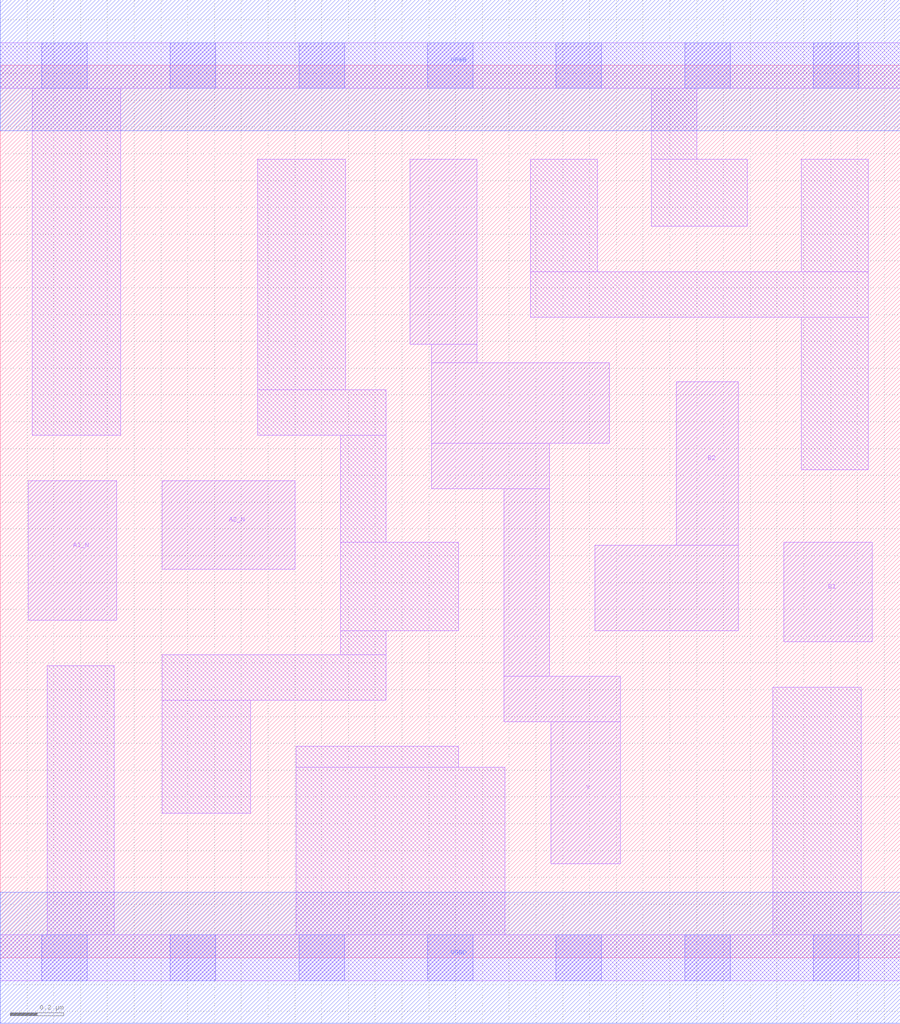
<source format=lef>
# Copyright 2020 The SkyWater PDK Authors
#
# Licensed under the Apache License, Version 2.0 (the "License");
# you may not use this file except in compliance with the License.
# You may obtain a copy of the License at
#
#     https://www.apache.org/licenses/LICENSE-2.0
#
# Unless required by applicable law or agreed to in writing, software
# distributed under the License is distributed on an "AS IS" BASIS,
# WITHOUT WARRANTIES OR CONDITIONS OF ANY KIND, either express or implied.
# See the License for the specific language governing permissions and
# limitations under the License.
#
# SPDX-License-Identifier: Apache-2.0

VERSION 5.5 ;
NAMESCASESENSITIVE ON ;
BUSBITCHARS "[]" ;
DIVIDERCHAR "/" ;
MACRO sky130_fd_sc_ls__a2bb2oi_1
  CLASS CORE ;
  SOURCE USER ;
  ORIGIN  0.000000  0.000000 ;
  SIZE  3.360000 BY  3.330000 ;
  SYMMETRY X Y ;
  SITE unit ;
  PIN A1_N
    ANTENNAGATEAREA  0.233000 ;
    DIRECTION INPUT ;
    USE SIGNAL ;
    PORT
      LAYER li1 ;
        RECT 0.105000 1.260000 0.435000 1.780000 ;
    END
  END A1_N
  PIN A2_N
    ANTENNAGATEAREA  0.233000 ;
    DIRECTION INPUT ;
    USE SIGNAL ;
    PORT
      LAYER li1 ;
        RECT 0.605000 1.450000 1.100000 1.780000 ;
    END
  END A2_N
  PIN B1
    ANTENNAGATEAREA  0.279000 ;
    DIRECTION INPUT ;
    USE SIGNAL ;
    PORT
      LAYER li1 ;
        RECT 2.925000 1.180000 3.255000 1.550000 ;
    END
  END B1
  PIN B2
    ANTENNAGATEAREA  0.279000 ;
    DIRECTION INPUT ;
    USE SIGNAL ;
    PORT
      LAYER li1 ;
        RECT 2.220000 1.220000 2.755000 1.540000 ;
        RECT 2.525000 1.540000 2.755000 2.150000 ;
    END
  END B2
  PIN Y
    ANTENNADIFFAREA  0.515200 ;
    DIRECTION OUTPUT ;
    USE SIGNAL ;
    PORT
      LAYER li1 ;
        RECT 1.530000 2.290000 1.780000 2.980000 ;
        RECT 1.610000 1.750000 2.050000 1.920000 ;
        RECT 1.610000 1.920000 2.275000 2.220000 ;
        RECT 1.610000 2.220000 1.780000 2.290000 ;
        RECT 1.880000 0.880000 2.315000 1.050000 ;
        RECT 1.880000 1.050000 2.050000 1.750000 ;
        RECT 2.055000 0.350000 2.315000 0.880000 ;
    END
  END Y
  PIN VGND
    DIRECTION INOUT ;
    SHAPE ABUTMENT ;
    USE GROUND ;
    PORT
      LAYER met1 ;
        RECT 0.000000 -0.245000 3.360000 0.245000 ;
    END
  END VGND
  PIN VNB
    DIRECTION INOUT ;
    USE GROUND ;
    PORT
    END
  END VNB
  PIN VPB
    DIRECTION INOUT ;
    USE POWER ;
    PORT
    END
  END VPB
  PIN VPWR
    DIRECTION INOUT ;
    SHAPE ABUTMENT ;
    USE POWER ;
    PORT
      LAYER met1 ;
        RECT 0.000000 3.085000 3.360000 3.575000 ;
    END
  END VPWR
  OBS
    LAYER li1 ;
      RECT 0.000000 -0.085000 3.360000 0.085000 ;
      RECT 0.000000  3.245000 3.360000 3.415000 ;
      RECT 0.120000  1.950000 0.450000 3.245000 ;
      RECT 0.175000  0.085000 0.425000 1.090000 ;
      RECT 0.605000  0.540000 0.935000 0.960000 ;
      RECT 0.605000  0.960000 1.440000 1.130000 ;
      RECT 0.960000  1.950000 1.440000 2.120000 ;
      RECT 0.960000  2.120000 1.290000 2.980000 ;
      RECT 1.105000  0.085000 1.885000 0.710000 ;
      RECT 1.105000  0.710000 1.710000 0.790000 ;
      RECT 1.270000  1.130000 1.440000 1.220000 ;
      RECT 1.270000  1.220000 1.710000 1.550000 ;
      RECT 1.270000  1.550000 1.440000 1.950000 ;
      RECT 1.980000  2.390000 3.240000 2.560000 ;
      RECT 1.980000  2.560000 2.230000 2.980000 ;
      RECT 2.430000  2.730000 2.790000 2.980000 ;
      RECT 2.430000  2.980000 2.600000 3.245000 ;
      RECT 2.885000  0.085000 3.215000 1.010000 ;
      RECT 2.990000  1.820000 3.240000 2.390000 ;
      RECT 2.990000  2.560000 3.240000 2.980000 ;
    LAYER mcon ;
      RECT 0.155000 -0.085000 0.325000 0.085000 ;
      RECT 0.155000  3.245000 0.325000 3.415000 ;
      RECT 0.635000 -0.085000 0.805000 0.085000 ;
      RECT 0.635000  3.245000 0.805000 3.415000 ;
      RECT 1.115000 -0.085000 1.285000 0.085000 ;
      RECT 1.115000  3.245000 1.285000 3.415000 ;
      RECT 1.595000 -0.085000 1.765000 0.085000 ;
      RECT 1.595000  3.245000 1.765000 3.415000 ;
      RECT 2.075000 -0.085000 2.245000 0.085000 ;
      RECT 2.075000  3.245000 2.245000 3.415000 ;
      RECT 2.555000 -0.085000 2.725000 0.085000 ;
      RECT 2.555000  3.245000 2.725000 3.415000 ;
      RECT 3.035000 -0.085000 3.205000 0.085000 ;
      RECT 3.035000  3.245000 3.205000 3.415000 ;
  END
END sky130_fd_sc_ls__a2bb2oi_1
END LIBRARY

</source>
